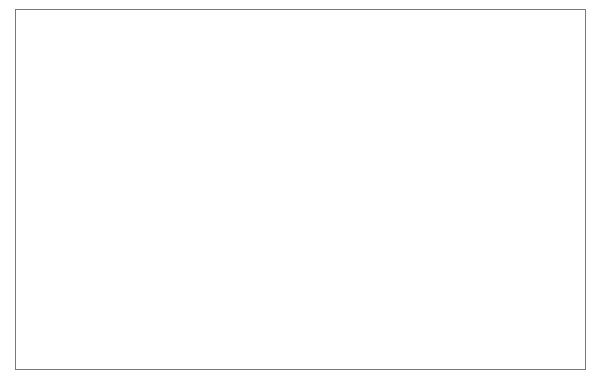
<source format=gbr>
%TF.GenerationSoftware,KiCad,Pcbnew,6.0.4-6f826c9f35~116~ubuntu20.04.1*%
%TF.CreationDate,2022-04-06T08:17:54+02:00*%
%TF.ProjectId,TestProject,54657374-5072-46f6-9a65-63742e6b6963,rev?*%
%TF.SameCoordinates,Original*%
%TF.FileFunction,Profile,NP*%
%FSLAX46Y46*%
G04 Gerber Fmt 4.6, Leading zero omitted, Abs format (unit mm)*
G04 Created by KiCad (PCBNEW 6.0.4-6f826c9f35~116~ubuntu20.04.1) date 2022-04-06 08:17:54*
%MOMM*%
%LPD*%
G01*
G04 APERTURE LIST*
%TA.AperFunction,Profile*%
%ADD10C,0.100000*%
%TD*%
G04 APERTURE END LIST*
D10*
X12700000Y-43180000D02*
X60960000Y-43180000D01*
X12700000Y-12700000D02*
X12700000Y-43180000D01*
X60960000Y-12700000D02*
X12700000Y-12700000D01*
X60960000Y-43180000D02*
X60960000Y-12700000D01*
M02*

</source>
